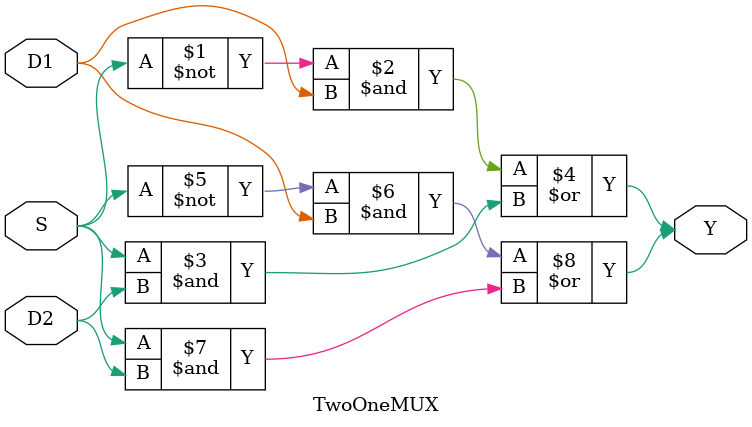
<source format=v>
`timescale 1ns / 1ps


module TwoOneMUX(
    input S,
    input D1,
    input D2,
    output Y);
    
    assign Y = (~S & D1) | (S & D2);assign Y = (~S & D1) | (S & D2);
    
endmodule

</source>
